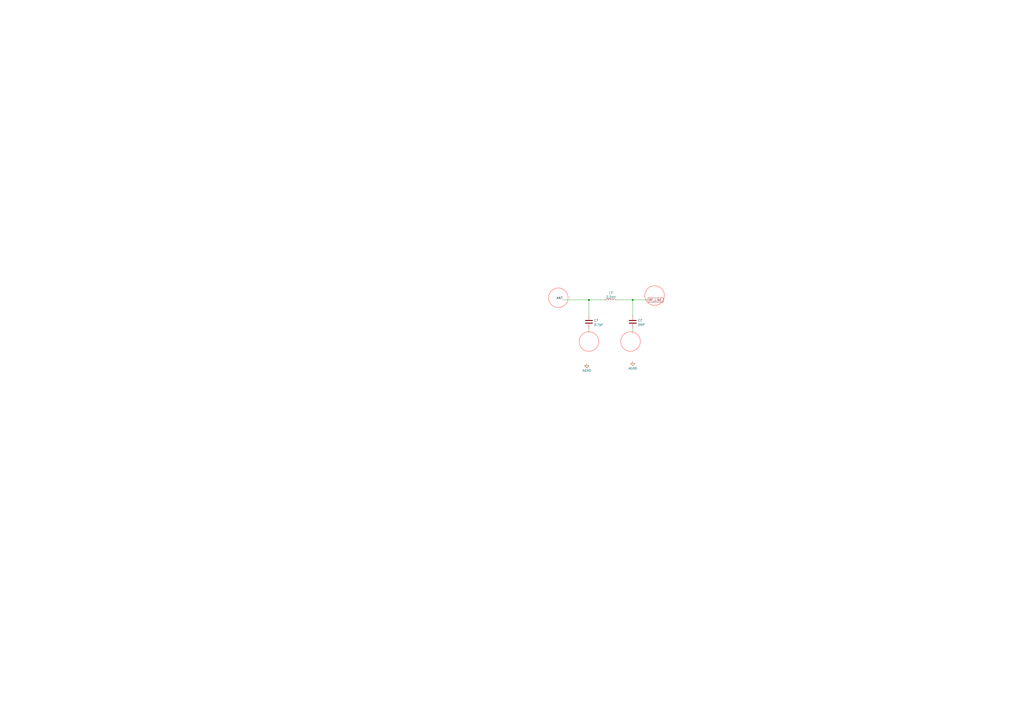
<source format=kicad_sch>
(kicad_sch (version 20230121) (generator eeschema)
  (paper "A2")
  (lib_symbols
    (symbol "0_power_symbols:AGND" (power) (pin_names (offset 0))
      (property "Value" "AGND" (at 0 -3.81 0))
      (symbol "AGND_1_1"
        (polyline (pts (xy 0 0) (xy 0 -1.27) (xy 1.27 -1.27) (xy 0 -2.54) (xy -1.27 -1.27) (xy 0 -1.27)) (fill (type background)))
        (pin power_in line (at 0 0 270) (length 0) hide (name "AGND") (number "1"))
      )
    )
    (symbol "Device:C" (pin_numbers hide) (pin_names (offset 0.254))
      (property "Reference" "C" (at 0.635 2.54 0))
      (property "Value" "C" (at 0.635 -2.54 0))
      (symbol "C_0_1"
        (polyline (pts (xy -2.032 -0.762) (xy 2.032 -0.762)) (stroke (width 0.508)))
        (polyline (pts (xy -2.032 0.762) (xy 2.032 0.762)) (stroke (width 0.508)))
      )
      (symbol "C_1_1"
        (pin passive line (at 0 3.81 270) (length 2.794) (name "~") (number "1"))
        (pin passive line (at 0 -3.81 90) (length 2.794) (name "~") (number "2"))
      )
    )
    (symbol "Device:L" (pin_numbers hide) (pin_names (offset 1.016) hide)
      (property "Reference" "L" (at -1.27 0 90))
      (property "Value" "L" (at 1.905 0 90))
      (symbol "L_0_1"
        (arc (start 0 -2.54) (mid 0.6323 -1.905) (end 0 -1.27))
        (arc (start 0 -1.27) (mid 0.6323 -0.635) (end 0 0))
        (arc (start 0 0) (mid 0.6323 0.635) (end 0 1.27))
        (arc (start 0 1.27) (mid 0.6323 1.905) (end 0 2.54))
      )
      (symbol "L_1_1"
        (pin passive line (at 0 3.81 270) (length 1.27) (name "1") (number "1"))
        (pin passive line (at 0 -3.81 90) (length 1.27) (name "2") (number "2"))
      )
    )
  )
  (junction (at 367.03 173.99))
  (junction (at 341.63 173.99))
  (wire (pts (xy 367.03 190.5) (xy 367.03 193.04)))
  (wire (pts (xy 367.03 173.99) (xy 367.03 182.88)))
  (wire (pts (xy 341.63 173.99) (xy 341.63 182.88)))
  (wire (pts (xy 341.63 173.99) (xy 350.52 173.99)))
  (wire (pts (xy 326.39 173.99) (xy 341.63 173.99)))
  (wire (pts (xy 341.63 190.5) (xy 341.63 193.04)))
  (wire (pts (xy 367.03 173.99) (xy 375.92 173.99)))
  (wire (pts (xy 358.14 173.99) (xy 367.03 173.99)))
  (circle (center 365.76 198.12) (radius 5.6796) (stroke (width 0) (color 255 0 0 1)))
  (circle (center 341.63 198.12) (radius 5.6796) (stroke (width 0) (color 255 0 0 1)))
  (circle (center 379.73 171.45) (radius 5.6796) (stroke (width 0) (color 255 0 0 1)))
  (circle (center 323.85 172.72) (radius 5.6796) (stroke (width 0) (color 255 0 0 1)))
  (label "ANT" (at 326.39 173.99 180))
  (global_label "RF_LINE" (shape passive) (at 375.92 173.99 0) (property "Intersheetrefs" "${INTERSHEET_REFS}" (effects hide)))
  (symbol (lib_id "Device:L") (at 354.33 173.99 90) (unit 1)
    (property "Reference" "L?" (at 354.33 169.7822 90))
    (property "Value" "2.2nH" (at 354.33 172.3191 90))
    (property "Footprint" "Inductor_SMD:L_0402_1005Metric" (effects hide))
  )
  (symbol (lib_id "Device:C") (at 341.63 186.69 0) (unit 1)
    (property "Reference" "C?" (at 344.551 185.8553 0) (effects (justify left)))
    (property "Value" "0.7pF" (at 344.551 188.3922 0) (effects (justify left)))
    (property "Footprint" "Capacitor_SMD:C_0201_0603Metric" (effects hide))
  )
  (symbol (lib_id "Device:C") (at 367.03 186.69 0) (unit 1)
    (property "Reference" "C?" (at 369.951 185.8553 0) (effects (justify left)))
    (property "Value" "DNP" (at 369.951 188.3922 0) (effects (justify left)))
    (property "Footprint" "Capacitor_SMD:C_0201_0603Metric" (effects hide))
  )
  (symbol (lib_id "0_power_symbols:AGND") (at 340.36 210.82 0) (unit 1)
    (property "Reference" "#PWR014" (effects hide))
    (property "Value" "AGND" (at 340.36 214.9555 0))
  )
  (symbol (lib_id "0_power_symbols:AGND") (at 367.03 209.55 0) (unit 1)
    (property "Reference" "#PWR015" (effects hide))
    (property "Value" "AGND" (at 367.03 213.6855 0))
  )
)
</source>
